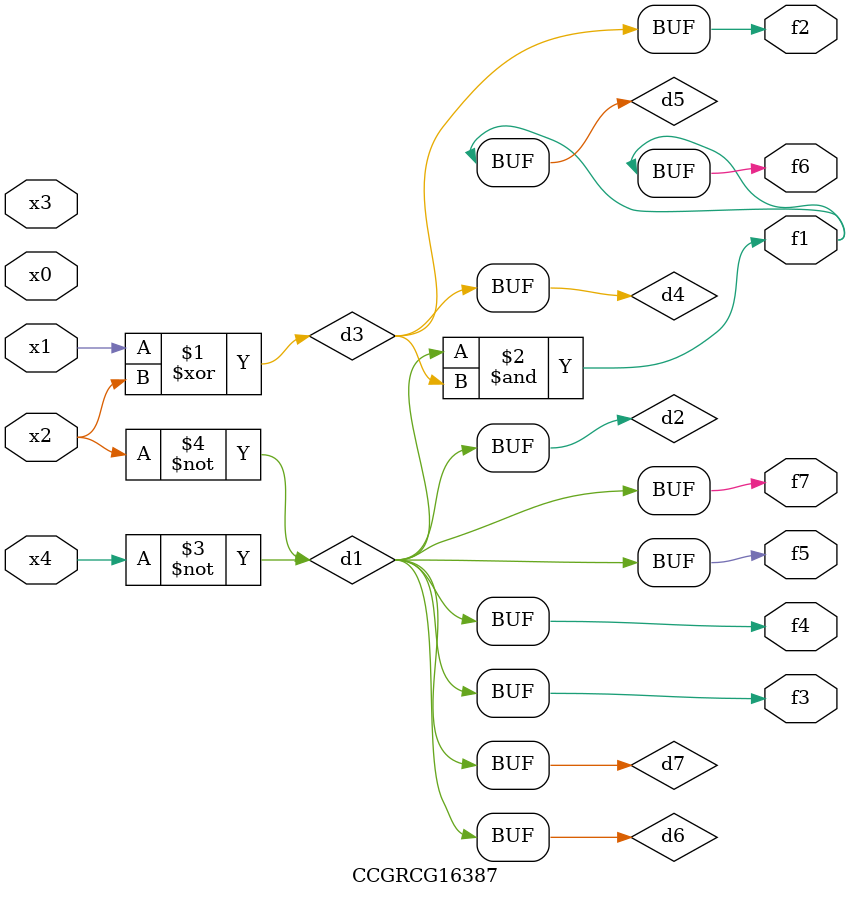
<source format=v>
module CCGRCG16387(
	input x0, x1, x2, x3, x4,
	output f1, f2, f3, f4, f5, f6, f7
);

	wire d1, d2, d3, d4, d5, d6, d7;

	not (d1, x4);
	not (d2, x2);
	xor (d3, x1, x2);
	buf (d4, d3);
	and (d5, d1, d3);
	buf (d6, d1, d2);
	buf (d7, d2);
	assign f1 = d5;
	assign f2 = d4;
	assign f3 = d7;
	assign f4 = d7;
	assign f5 = d7;
	assign f6 = d5;
	assign f7 = d7;
endmodule

</source>
